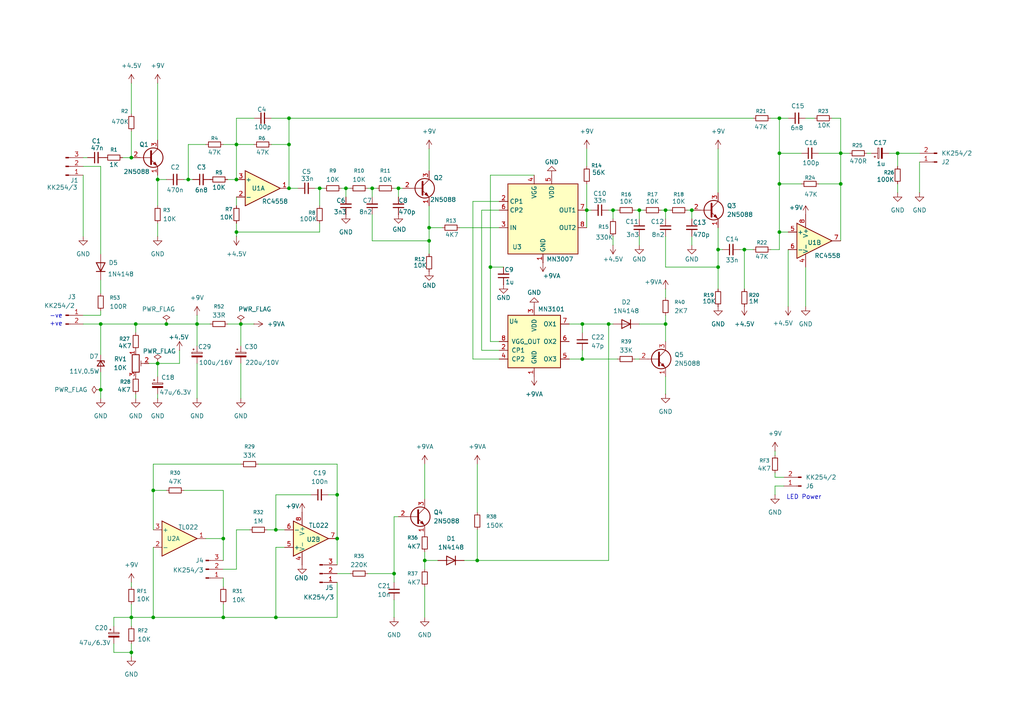
<source format=kicad_sch>
(kicad_sch (version 20250114) (generator "eeschema") (generator_version "9.0")
  (paper "A4")
  (title_block (title "Boss CE-2 Clone with anti-tic mod") (date "2025-06-18") (rev "V0.1") (company "Andrew Martin, 06/2025"))
  (text "+ve" (at 16.256 93.98 0) (effects (font (size 1.27 1.27))))
  (text "LED Power" (at 233.172 144.272 0) (effects (font (size 1.27 1.27))))
  (text "-ve" (at 16.256 91.694 0) (effects (font (size 1.27 1.27))))
  (junction (at 115.57 54.61))
  (junction (at 168.91 104.14))
  (junction (at 226.06 34.29))
  (junction (at 226.06 53.34))
  (junction (at 80.01 153.67))
  (junction (at 45.72 52.07))
  (junction (at 29.21 93.98))
  (junction (at 200.66 60.96))
  (junction (at 80.01 179.07))
  (junction (at 124.46 66.04))
  (junction (at 97.79 156.21))
  (junction (at 83.82 41.91))
  (junction (at 83.82 34.29))
  (junction (at 107.95 54.61))
  (junction (at 226.06 67.31))
  (junction (at 138.43 162.56))
  (junction (at 38.1 45.72))
  (junction (at 124.46 69.85))
  (junction (at 69.85 93.98))
  (junction (at 38.1 189.23))
  (junction (at 142.24 77.47))
  (junction (at 57.15 93.98))
  (junction (at 68.58 41.91))
  (junction (at 185.42 60.96))
  (junction (at 123.19 162.56))
  (junction (at 68.58 52.07))
  (junction (at 54.61 52.07))
  (junction (at 226.06 44.45))
  (junction (at 64.77 156.21))
  (junction (at 64.77 179.07))
  (junction (at 44.45 142.24))
  (junction (at 48.26 93.98))
  (junction (at 193.04 60.96))
  (junction (at 45.72 105.41))
  (junction (at 243.84 53.34))
  (junction (at 176.53 93.98))
  (junction (at 38.1 179.07))
  (junction (at 168.91 93.98))
  (junction (at 83.82 54.61))
  (junction (at 215.9 72.39))
  (junction (at 92.71 54.61))
  (junction (at 208.28 77.47))
  (junction (at 68.58 67.31))
  (junction (at 97.79 143.51))
  (junction (at 243.84 44.45))
  (junction (at 100.33 54.61))
  (junction (at 39.37 93.98))
  (junction (at 193.04 93.98))
  (junction (at 260.35 44.45))
  (junction (at 208.28 72.39))
  (junction (at 44.45 179.07))
  (junction (at 29.21 113.03))
  (junction (at 170.18 60.96))
  (junction (at 177.8 60.96))
  (junction (at 114.3 166.37))
  (wire (pts (xy 138.43 162.56) (xy 138.43 153.67)))
  (wire (pts (xy 107.95 69.85) (xy 124.46 69.85)))
  (wire (pts (xy 176.53 93.98) (xy 176.53 162.56)))
  (wire (pts (xy 243.84 34.29) (xy 243.84 44.45)))
  (wire (pts (xy 68.58 41.91) (xy 73.66 41.91)))
  (wire (pts (xy 144.78 58.42) (xy 137.16 58.42)))
  (wire (pts (xy 185.42 93.98) (xy 193.04 93.98)))
  (wire (pts (xy 123.19 162.56) (xy 127 162.56)))
  (wire (pts (xy 233.68 34.29) (xy 236.22 34.29)))
  (wire (pts (xy 45.72 59.69) (xy 45.72 52.07)))
  (wire (pts (xy 199.39 60.96) (xy 200.66 60.96)))
  (wire (pts (xy 64.77 167.64) (xy 64.77 170.18)))
  (wire (pts (xy 144.78 60.96) (xy 139.7 60.96)))
  (wire (pts (xy 44.45 158.75) (xy 44.45 179.07)))
  (wire (pts (xy 38.1 189.23) (xy 38.1 186.69)))
  (wire (pts (xy 114.3 149.86) (xy 114.3 166.37)))
  (wire (pts (xy 24.13 45.72) (xy 25.4 45.72)))
  (wire (pts (xy 107.95 54.61) (xy 109.22 54.61)))
  (wire (pts (xy 55.88 52.07) (xy 54.61 52.07)))
  (wire (pts (xy 29.21 102.87) (xy 29.21 93.98)))
  (wire (pts (xy 257.81 44.45) (xy 260.35 44.45)))
  (wire (pts (xy 83.82 34.29) (xy 83.82 41.91)))
  (wire (pts (xy 224.79 140.97) (xy 227.33 140.97)))
  (wire (pts (xy 208.28 66.04) (xy 208.28 72.39)))
  (wire (pts (xy 185.42 104.14) (xy 184.15 104.14)))
  (wire (pts (xy 137.16 58.42) (xy 137.16 104.14)))
  (wire (pts (xy 64.77 165.1) (xy 68.58 165.1)))
  (wire (pts (xy 93.98 54.61) (xy 92.71 54.61)))
  (wire (pts (xy 115.57 57.15) (xy 115.57 54.61)))
  (wire (pts (xy 57.15 93.98) (xy 60.96 93.98)))
  (wire (pts (xy 252.73 44.45) (xy 251.46 44.45)))
  (wire (pts (xy 45.72 109.22) (xy 45.72 105.41)))
  (wire (pts (xy 243.84 44.45) (xy 246.38 44.45)))
  (wire (pts (xy 29.21 115.57) (xy 29.21 113.03)))
  (wire (pts (xy 68.58 153.67) (xy 72.39 153.67)))
  (wire (pts (xy 138.43 134.62) (xy 138.43 148.59)))
  (wire (pts (xy 69.85 93.98) (xy 73.66 93.98)))
  (wire (pts (xy 124.46 66.04) (xy 124.46 69.85)))
  (wire (pts (xy 226.06 44.45) (xy 232.41 44.45)))
  (wire (pts (xy 123.19 170.18) (xy 123.19 179.07)))
  (wire (pts (xy 134.62 162.56) (xy 138.43 162.56)))
  (wire (pts (xy 214.63 72.39) (xy 215.9 72.39)))
  (wire (pts (xy 200.66 71.12) (xy 200.66 68.58)))
  (wire (pts (xy 185.42 68.58) (xy 185.42 71.12)))
  (wire (pts (xy 29.21 113.03) (xy 29.21 107.95)))
  (wire (pts (xy 45.72 52.07) (xy 45.72 50.8)))
  (wire (pts (xy 193.04 93.98) (xy 193.04 99.06)))
  (wire (pts (xy 54.61 41.91) (xy 59.69 41.91)))
  (wire (pts (xy 92.71 54.61) (xy 91.44 54.61)))
  (wire (pts (xy 168.91 101.6) (xy 168.91 104.14)))
  (wire (pts (xy 38.1 175.26) (xy 38.1 179.07)))
  (wire (pts (xy 57.15 115.57) (xy 57.15 105.41)))
  (wire (pts (xy 33.02 189.23) (xy 38.1 189.23)))
  (wire (pts (xy 114.3 149.86) (xy 115.57 149.86)))
  (wire (pts (xy 106.68 166.37) (xy 114.3 166.37)))
  (wire (pts (xy 54.61 52.07) (xy 54.61 41.91)))
  (wire (pts (xy 38.1 190.5) (xy 38.1 189.23)))
  (wire (pts (xy 133.35 66.04) (xy 144.78 66.04)))
  (wire (pts (xy 44.45 142.24) (xy 48.26 142.24)))
  (wire (pts (xy 45.72 64.77) (xy 45.72 68.58)))
  (wire (pts (xy 241.3 34.29) (xy 243.84 34.29)))
  (wire (pts (xy 193.04 83.82) (xy 193.04 86.36)))
  (wire (pts (xy 114.3 166.37) (xy 114.3 168.91)))
  (wire (pts (xy 52.07 105.41) (xy 52.07 101.6)))
  (wire (pts (xy 142.24 77.47) (xy 146.05 77.47)))
  (wire (pts (xy 64.77 41.91) (xy 68.58 41.91)))
  (wire (pts (xy 83.82 34.29) (xy 218.44 34.29)))
  (wire (pts (xy 39.37 93.98) (xy 48.26 93.98)))
  (wire (pts (xy 168.91 93.98) (xy 176.53 93.98)))
  (wire (pts (xy 223.52 34.29) (xy 226.06 34.29)))
  (wire (pts (xy 97.79 168.91) (xy 97.79 179.07)))
  (wire (pts (xy 48.26 93.98) (xy 57.15 93.98)))
  (wire (pts (xy 38.1 179.07) (xy 44.45 179.07)))
  (wire (pts (xy 193.04 91.44) (xy 193.04 93.98)))
  (wire (pts (xy 80.01 153.67) (xy 82.55 153.67)))
  (wire (pts (xy 193.04 60.96) (xy 193.04 63.5)))
  (wire (pts (xy 68.58 165.1) (xy 68.58 153.67)))
  (wire (pts (xy 107.95 62.23) (xy 107.95 69.85)))
  (wire (pts (xy 237.49 53.34) (xy 243.84 53.34)))
  (wire (pts (xy 223.52 72.39) (xy 226.06 72.39)))
  (wire (pts (xy 124.46 49.53) (xy 124.46 43.18)))
  (wire (pts (xy 68.58 41.91) (xy 68.58 34.29)))
  (wire (pts (xy 44.45 179.07) (xy 64.77 179.07)))
  (wire (pts (xy 215.9 72.39) (xy 215.9 83.82)))
  (wire (pts (xy 45.72 115.57) (xy 45.72 114.3)))
  (wire (pts (xy 83.82 54.61) (xy 83.82 41.91)))
  (wire (pts (xy 170.18 60.96) (xy 171.45 60.96)))
  (wire (pts (xy 68.58 41.91) (xy 68.58 52.07)))
  (wire (pts (xy 97.79 134.62) (xy 97.79 143.51)))
  (wire (pts (xy 193.04 114.3) (xy 193.04 109.22)))
  (wire (pts (xy 24.13 91.44) (xy 29.21 91.44)))
  (wire (pts (xy 64.77 179.07) (xy 80.01 179.07)))
  (wire (pts (xy 176.53 60.96) (xy 177.8 60.96)))
  (wire (pts (xy 142.24 99.06) (xy 144.78 99.06)))
  (wire (pts (xy 208.28 77.47) (xy 208.28 83.82)))
  (wire (pts (xy 66.04 52.07) (xy 68.58 52.07)))
  (wire (pts (xy 193.04 60.96) (xy 194.31 60.96)))
  (wire (pts (xy 68.58 34.29) (xy 73.66 34.29)))
  (wire (pts (xy 107.95 54.61) (xy 107.95 57.15)))
  (wire (pts (xy 137.16 104.14) (xy 144.78 104.14)))
  (wire (pts (xy 44.45 153.67) (xy 44.45 142.24)))
  (wire (pts (xy 193.04 68.58) (xy 193.04 77.47)))
  (wire (pts (xy 33.02 179.07) (xy 38.1 179.07)))
  (wire (pts (xy 186.69 60.96) (xy 185.42 60.96)))
  (wire (pts (xy 38.1 24.13) (xy 38.1 33.02)))
  (wire (pts (xy 29.21 91.44) (xy 29.21 90.17)))
  (wire (pts (xy 24.13 93.98) (xy 29.21 93.98)))
  (wire (pts (xy 95.25 143.51) (xy 97.79 143.51)))
  (wire (pts (xy 224.79 130.81) (xy 224.79 132.08)))
  (wire (pts (xy 38.1 179.07) (xy 38.1 181.61)))
  (wire (pts (xy 124.46 73.66) (xy 124.46 69.85)))
  (wire (pts (xy 24.13 50.8) (xy 24.13 68.58)))
  (wire (pts (xy 35.56 45.72) (xy 38.1 45.72)))
  (wire (pts (xy 168.91 104.14) (xy 165.1 104.14)))
  (wire (pts (xy 29.21 48.26) (xy 29.21 73.66)))
  (wire (pts (xy 168.91 96.52) (xy 168.91 93.98)))
  (wire (pts (xy 226.06 34.29) (xy 226.06 44.45)))
  (wire (pts (xy 170.18 60.96) (xy 170.18 66.04)))
  (wire (pts (xy 224.79 143.51) (xy 224.79 140.97)))
  (wire (pts (xy 74.93 134.62) (xy 97.79 134.62)))
  (wire (pts (xy 43.18 105.41) (xy 45.72 105.41)))
  (wire (pts (xy 39.37 115.57) (xy 39.37 114.3)))
  (wire (pts (xy 97.79 143.51) (xy 97.79 156.21)))
  (wire (pts (xy 57.15 100.33) (xy 57.15 93.98)))
  (wire (pts (xy 39.37 93.98) (xy 29.21 93.98)))
  (wire (pts (xy 142.24 77.47) (xy 142.24 99.06)))
  (wire (pts (xy 168.91 104.14) (xy 179.07 104.14)))
  (wire (pts (xy 24.13 48.26) (xy 29.21 48.26)))
  (wire (pts (xy 208.28 72.39) (xy 208.28 77.47)))
  (wire (pts (xy 100.33 57.15) (xy 100.33 54.61)))
  (wire (pts (xy 38.1 170.18) (xy 38.1 168.91)))
  (wire (pts (xy 78.74 34.29) (xy 83.82 34.29)))
  (wire (pts (xy 97.79 156.21) (xy 97.79 163.83)))
  (wire (pts (xy 92.71 64.77) (xy 92.71 67.31)))
  (wire (pts (xy 92.71 54.61) (xy 92.71 59.69)))
  (wire (pts (xy 83.82 41.91) (xy 78.74 41.91)))
  (wire (pts (xy 80.01 158.75) (xy 80.01 179.07)))
  (wire (pts (xy 123.19 134.62) (xy 123.19 144.78)))
  (wire (pts (xy 86.36 54.61) (xy 83.82 54.61)))
  (wire (pts (xy 237.49 44.45) (xy 243.84 44.45)))
  (wire (pts (xy 266.7 46.99) (xy 266.7 55.88)))
  (wire (pts (xy 228.6 72.39) (xy 228.6 88.9)))
  (wire (pts (xy 243.84 53.34) (xy 243.84 69.85)))
  (wire (pts (xy 177.8 63.5) (xy 177.8 60.96)))
  (wire (pts (xy 57.15 91.44) (xy 57.15 93.98)))
  (wire (pts (xy 59.69 156.21) (xy 64.77 156.21)))
  (wire (pts (xy 33.02 181.61) (xy 33.02 179.07)))
  (wire (pts (xy 243.84 44.45) (xy 243.84 53.34)))
  (wire (pts (xy 39.37 96.52) (xy 39.37 93.98)))
  (wire (pts (xy 215.9 72.39) (xy 218.44 72.39)))
  (wire (pts (xy 177.8 93.98) (xy 176.53 93.98)))
  (wire (pts (xy 260.35 44.45) (xy 260.35 48.26)))
  (wire (pts (xy 114.3 54.61) (xy 115.57 54.61)))
  (wire (pts (xy 107.95 54.61) (xy 106.68 54.61)))
  (wire (pts (xy 260.35 55.88) (xy 260.35 53.34)))
  (wire (pts (xy 226.06 67.31) (xy 226.06 72.39)))
  (wire (pts (xy 69.85 93.98) (xy 69.85 100.33)))
  (wire (pts (xy 80.01 158.75) (xy 82.55 158.75)))
  (wire (pts (xy 185.42 60.96) (xy 184.15 60.96)))
  (wire (pts (xy 80.01 143.51) (xy 80.01 153.67)))
  (wire (pts (xy 69.85 115.57) (xy 69.85 105.41)))
  (wire (pts (xy 45.72 105.41) (xy 52.07 105.41)))
  (wire (pts (xy 68.58 67.31) (xy 68.58 68.58)))
  (wire (pts (xy 77.47 153.67) (xy 80.01 153.67)))
  (wire (pts (xy 53.34 142.24) (xy 64.77 142.24)))
  (wire (pts (xy 123.19 162.56) (xy 123.19 165.1)))
  (wire (pts (xy 200.66 63.5) (xy 200.66 60.96)))
  (wire (pts (xy 224.79 138.43) (xy 227.33 138.43)))
  (wire (pts (xy 170.18 53.34) (xy 170.18 60.96)))
  (wire (pts (xy 99.06 54.61) (xy 100.33 54.61)))
  (wire (pts (xy 44.45 134.62) (xy 69.85 134.62)))
  (wire (pts (xy 114.3 179.07) (xy 114.3 173.99)))
  (wire (pts (xy 53.34 52.07) (xy 54.61 52.07)))
  (wire (pts (xy 226.06 67.31) (xy 228.6 67.31)))
  (wire (pts (xy 165.1 93.98) (xy 168.91 93.98)))
  (wire (pts (xy 80.01 179.07) (xy 97.79 179.07)))
  (wire (pts (xy 208.28 43.18) (xy 208.28 55.88)))
  (wire (pts (xy 115.57 54.61) (xy 116.84 54.61)))
  (wire (pts (xy 45.72 24.13) (xy 45.72 40.64)))
  (wire (pts (xy 97.79 166.37) (xy 101.6 166.37)))
  (wire (pts (xy 38.1 45.72) (xy 38.1 38.1)))
  (wire (pts (xy 90.17 143.51) (xy 80.01 143.51)))
  (wire (pts (xy 44.45 142.24) (xy 44.45 134.62)))
  (wire (pts (xy 226.06 53.34) (xy 226.06 67.31)))
  (wire (pts (xy 101.6 54.61) (xy 100.33 54.61)))
  (wire (pts (xy 233.68 88.9) (xy 233.68 77.47)))
  (wire (pts (xy 29.21 81.28) (xy 29.21 85.09)))
  (wire (pts (xy 139.7 60.96) (xy 139.7 101.6)))
  (wire (pts (xy 224.79 138.43) (xy 224.79 137.16)))
  (wire (pts (xy 64.77 175.26) (xy 64.77 179.07)))
  (wire (pts (xy 45.72 52.07) (xy 48.26 52.07)))
  (wire (pts (xy 176.53 162.56) (xy 138.43 162.56)))
  (wire (pts (xy 154.94 50.8) (xy 142.24 50.8)))
  (wire (pts (xy 191.77 60.96) (xy 193.04 60.96)))
  (wire (pts (xy 179.07 60.96) (xy 177.8 60.96)))
  (wire (pts (xy 128.27 66.04) (xy 124.46 66.04)))
  (wire (pts (xy 209.55 72.39) (xy 208.28 72.39)))
  (wire (pts (xy 68.58 64.77) (xy 68.58 67.31)))
  (wire (pts (xy 142.24 50.8) (xy 142.24 77.47)))
  (wire (pts (xy 33.02 186.69) (xy 33.02 189.23)))
  (wire (pts (xy 92.71 67.31) (xy 68.58 67.31)))
  (wire (pts (xy 226.06 53.34) (xy 232.41 53.34)))
  (wire (pts (xy 64.77 142.24) (xy 64.77 156.21)))
  (wire (pts (xy 64.77 156.21) (xy 64.77 162.56)))
  (wire (pts (xy 226.06 44.45) (xy 226.06 53.34)))
  (wire (pts (xy 177.8 68.58) (xy 177.8 71.12)))
  (wire (pts (xy 124.46 59.69) (xy 124.46 66.04)))
  (wire (pts (xy 185.42 63.5) (xy 185.42 60.96)))
  (wire (pts (xy 260.35 44.45) (xy 266.7 44.45)))
  (wire (pts (xy 123.19 160.02) (xy 123.19 162.56)))
  (wire (pts (xy 66.04 93.98) (xy 69.85 93.98)))
  (wire (pts (xy 139.7 101.6) (xy 144.78 101.6)))
  (wire (pts (xy 68.58 59.69) (xy 68.58 57.15)))
  (wire (pts (xy 170.18 43.18) (xy 170.18 48.26)))
  (wire (pts (xy 226.06 34.29) (xy 228.6 34.29)))
  (wire (pts (xy 193.04 77.47) (xy 208.28 77.47)))
  (symbol (lib_id "Device:C_Small") (at 234.95 44.45 90) (unit 1)
    (property "Reference" "C16" (at 235.204 41.402 90))
    (property "Value" "100p" (at 235.204 47.244 90))
    (property "Footprint" "Capacitor_THT:C_Disc_D4.3mm_W1.9mm_P5.00mm" (effects (hide yes)))
    (property "Description" "Unpolarized capacitor, small symbol" (effects (hide yes)))
  )
  (symbol (lib_id "Timer:MN3101") (at 154.94 99.06 0) (mirror y) (unit 1)
    (property "Reference" "U4" (at 150.368 93.218 0) (effects (justify left)))
    (property "Value" "MN3101" (at 163.83 89.662 0) (effects (justify left)))
    (property "Footprint" "Package_DIP:DIP-8_W7.62mm" (effects (hide yes)))
    (property "Datasheet" "http://www.experimentalistsanonymous.com/diy/Datasheets/MN3101.pdf" (effects (hide yes)))
    (property "Description" "Clock Generator Driver/Driver for MN3000 Series BBD (bucket brigade device), -8V to -16V, DIP-8" (effects (hide yes)))
  )
  (symbol (lib_id "power:+4V") (at 228.6 88.9 180) (unit 1)
    (property "Reference" "#PWR022" (effects (hide yes)))
    (property "Value" "+4.5V" (at 227.076 93.726 0))
    (property "Description" "Power symbol creates a global label with name \"+4V\"" (effects (hide yes)))
  )
  (symbol (lib_id "Connector:Conn_01x02_Pin") (at 19.05 91.44 0) (unit 1)
    (property "Reference" "J3" (at 20.828 86.106 0))
    (property "Value" "KK254/2" (at 17.272 88.646 0))
    (property "Footprint" "Connector_Molex:Molex_KK-254_AE-6410-02A_1x02_P2.54mm_Vertical" (effects (hide yes)))
    (property "Description" "Generic connector, single row, 01x02, script generated" (effects (hide yes)))
  )
  (symbol (lib_id "power:+4V") (at 38.1 24.13 0) (unit 1)
    (property "Reference" "#PWR01" (effects (hide yes)))
    (property "Value" "+4.5V" (at 38.1 19.05 0))
    (property "Description" "Power symbol creates a global label with name \"+4V\"" (effects (hide yes)))
  )
  (symbol (lib_id "power:GND") (at 114.3 179.07 0) (unit 1)
    (property "Reference" "#PWR033" (effects (hide yes)))
    (property "Value" "GND" (at 114.3 184.15 0))
    (property "Description" "Power symbol creates a global label with name \"GND\" , ground" (effects (hide yes)))
  )
  (symbol (lib_id "power:+9V") (at 87.63 148.59 0) (unit 1)
    (property "Reference" "#PWR042" (effects (hide yes)))
    (property "Value" "+9V" (at 84.836 146.812 0))
    (property "Description" "Power symbol creates a global label with name \"+9V\"" (effects (hide yes)))
  )
  (symbol (lib_id "Device:R_Small") (at 104.14 166.37 90) (unit 1)
    (property "Reference" "R35" (at 104.14 161.29 90) (effects (font (size 1.016 1.016))))
    (property "Value" "220K" (at 104.14 163.83 90))
    (property "Footprint" "Resistor_THT:R_Axial_DIN0207_L6.3mm_D2.5mm_P10.16mm_Horizontal" (effects (hide yes)))
    (property "Description" "Resistor, small symbol" (effects (hide yes)))
  )
  (symbol (lib_id "Device:R_Small") (at 189.23 60.96 90) (unit 1)
    (property "Reference" "R17" (at 189.23 56.388 90) (effects (font (size 1.016 1.016))))
    (property "Value" "10K" (at 189.23 58.42 90))
    (property "Footprint" "Resistor_THT:R_Axial_DIN0207_L6.3mm_D2.5mm_P10.16mm_Horizontal" (effects (hide yes)))
    (property "Description" "Resistor, small symbol" (effects (hide yes)))
  )
  (symbol (lib_id "Device:R_Small") (at 220.98 72.39 90) (unit 1)
    (property "Reference" "R22" (at 220.98 70.358 90) (effects (font (size 1.016 1.016))))
    (property "Value" "47K" (at 220.98 74.422 90))
    (property "Footprint" "Resistor_THT:R_Axial_DIN0207_L6.3mm_D2.5mm_P10.16mm_Horizontal" (effects (hide yes)))
    (property "Description" "Resistor, small symbol" (effects (hide yes)))
  )
  (symbol (lib_id "Diode:1N4148") (at 181.61 93.98 180) (unit 1)
    (property "Reference" "D2" (at 181.61 87.63 0))
    (property "Value" "1N4148" (at 181.61 90.17 0))
    (property "Footprint" "Diode_THT:D_DO-35_SOD27_P7.62mm_Horizontal" (effects (hide yes)))
    (property "Datasheet" "https://assets.nexperia.com/documents/data-sheet/1N4148_1N4448.pdf" (effects (hide yes)))
    (property "Description" "100V 0.15A standard switching diode, DO-35" (effects (hide yes)))
    (property "Sim.Device" "D" (effects (hide yes)))
    (property "Sim.Pins" "1=K 2=A" (effects (hide yes)))
  )
  (symbol (lib_id "power:+9VA") (at 73.66 93.98 270) (unit 1)
    (property "Reference" "#PWR032" (effects (hide yes)))
    (property "Value" "+9VA" (at 77.47 93.9799 90) (effects (justify left)))
    (property "Description" "Power symbol creates a global label with name \"+9VA\"" (effects (hide yes)))
  )
  (symbol (lib_id "Device:R_Small") (at 208.28 86.36 0) (unit 1)
    (property "Reference" "R19" (at 203.962 85.598 0) (effects (font (size 1.016 1.016)) (justify left)))
    (property "Value" "10K" (at 203.708 87.376 0) (effects (justify left)))
    (property "Footprint" "Resistor_THT:R_Axial_DIN0207_L6.3mm_D2.5mm_P10.16mm_Horizontal" (effects (hide yes)))
    (property "Description" "Resistor, small symbol" (effects (hide yes)))
  )
  (symbol (lib_id "power:GND") (at 29.21 115.57 0) (unit 1)
    (property "Reference" "#PWR028" (effects (hide yes)))
    (property "Value" "GND" (at 29.21 120.65 0))
    (property "Description" "Power symbol creates a global label with name \"GND\" , ground" (effects (hide yes)))
  )
  (symbol (lib_id "Device:C_Small") (at 173.99 60.96 270) (unit 1)
    (property "Reference" "C10" (at 173.99 56.134 90))
    (property "Value" "33n" (at 173.99 58.166 90))
    (property "Footprint" "Capacitor_THT:C_Rect_L7.0mm_W2.5mm_P5.00mm" (effects (hide yes)))
    (property "Description" "Unpolarized capacitor, small symbol" (effects (hide yes)))
  )
  (symbol (lib_id "Device:R_Small") (at 38.1 184.15 0) (unit 1)
    (property "Reference" "RF2" (at 39.878 182.88 0) (effects (font (size 1.016 1.016)) (justify left)))
    (property "Value" "10K" (at 39.878 185.42 0) (effects (justify left)))
    (property "Footprint" "Resistor_THT:R_Axial_DIN0207_L6.3mm_D2.5mm_P10.16mm_Horizontal" (effects (hide yes)))
    (property "Description" "Resistor, small symbol" (effects (hide yes)))
  )
  (symbol (lib_id "Device:C_Small") (at 231.14 34.29 90) (unit 1)
    (property "Reference" "C15" (at 231.394 30.734 90))
    (property "Value" "6n8" (at 231.14 37.084 90))
    (property "Footprint" "Capacitor_THT:C_Rect_L7.0mm_W2.5mm_P5.00mm" (effects (hide yes)))
    (property "Description" "Unpolarized capacitor, small symbol" (effects (hide yes)))
  )
  (symbol (lib_id "Device:R_Small") (at 92.71 62.23 0) (unit 1)
    (property "Reference" "R8" (at 89.408 61.722 0) (effects (font (size 1.016 1.016)) (justify left)))
    (property "Value" "100K" (at 86.868 63.5 0) (effects (justify left)))
    (property "Footprint" "Resistor_THT:R_Axial_DIN0207_L6.3mm_D2.5mm_P10.16mm_Horizontal" (effects (hide yes)))
    (property "Description" "Resistor, small symbol" (effects (hide yes)))
  )
  (symbol (lib_id "ACRM:TL022") (at 90.17 156.21 0) (unit 3)
    (property "Reference" "U2" (effects (hide yes)))
    (property "Value" "TL022" (effects (hide yes)))
    (property "Footprint" "Package_DIP:DIP-8_W7.62mm" (effects (hide yes)))
    (property "Datasheet" "http://www.ti.com/lit/ds/symlink/tl061.pdf" (effects (hide yes)))
    (property "Description" "Dual Low-Power JFET-Input Operational Amplifiers, DIP-8/SOIC-8/SSOP-8" (effects (hide yes)))
  )
  (symbol (lib_id "Device:C_Small") (at 200.66 66.04 0) (unit 1)
    (property "Reference" "C13" (at 200.914 64.516 0) (effects (justify left)))
    (property "Value" "470p" (at 200.914 68.072 0) (effects (justify left)))
    (property "Footprint" "Capacitor_THT:C_Disc_D4.3mm_W1.9mm_P5.00mm" (effects (hide yes)))
    (property "Description" "Unpolarized capacitor, small symbol" (effects (hide yes)))
  )
  (symbol (lib_id "Device:R_Small") (at 38.1 172.72 0) (unit 1)
    (property "Reference" "RF1" (at 39.624 171.45 0) (effects (font (size 1.016 1.016)) (justify left)))
    (property "Value" "10K" (at 39.624 173.736 0) (effects (justify left)))
    (property "Footprint" "Resistor_THT:R_Axial_DIN0207_L6.3mm_D2.5mm_P10.16mm_Horizontal" (effects (hide yes)))
    (property "Description" "Resistor, small symbol" (effects (hide yes)))
  )
  (symbol (lib_id "power:+4V") (at 177.8 71.12 180) (unit 1)
    (property "Reference" "#PWR016" (effects (hide yes)))
    (property "Value" "+4.5V" (at 177.8 75.184 0))
    (property "Description" "Power symbol creates a global label with name \"+4V\"" (effects (hide yes)))
  )
  (symbol (lib_id "Device:R_Small") (at 72.39 134.62 90) (unit 1)
    (property "Reference" "R29" (at 72.39 129.54 90) (effects (font (size 1.016 1.016))))
    (property "Value" "33K" (at 72.39 132.08 90))
    (property "Footprint" "Resistor_THT:R_Axial_DIN0207_L6.3mm_D2.5mm_P10.16mm_Horizontal" (effects (hide yes)))
    (property "Description" "Resistor, small symbol" (effects (hide yes)))
  )
  (symbol (lib_id "ACRM:2N5088") (at 121.92 54.61 0) (unit 1)
    (property "Reference" "Q2" (at 125.73 51.562 0) (effects (justify left)))
    (property "Value" "2N5088" (at 124.714 57.912 0) (effects (justify left)))
    (property "Footprint" "Package_TO_SOT_THT:TO-92L_HandSolder" (effects (hide yes)))
    (property "Datasheet" "https://media.digikey.com/pdf/Data%20Sheets/Toshiba%20PDFs/2SC1815.pdf" (effects (hide yes)))
    (property "Description" "0.15A Ic, 50V Vce, Low Noise Audio NPN Transistor, TO-92" (effects (hide yes)))
  )
  (symbol (lib_id "Device:R_Small") (at 124.46 76.2 180) (unit 1)
    (property "Reference" "R12" (at 120.142 75.184 0) (effects (font (size 1.016 1.016)) (justify right)))
    (property "Value" "10K" (at 119.888 76.962 0) (effects (justify right)))
    (property "Footprint" "Resistor_THT:R_Axial_DIN0207_L6.3mm_D2.5mm_P2.54mm_Vertical" (effects (hide yes)))
  )
  (symbol (lib_id "Amplifier_Operational:RC4558") (at 236.22 69.85 0) (unit 3)
    (property "Reference" "U1" (effects (hide yes)))
    (property "Value" "RC4558" (effects (hide yes)))
    (property "Footprint" "Package_DIP:DIP-8_W7.62mm" (effects (hide yes)))
    (property "Datasheet" "http://www.ti.com/lit/ds/symlink/rc4558.pdf" (effects (hide yes)))
    (property "Description" "Dual General Purpose, Operational Amplifier, DIP-8/SOIC-8/SSOP-8" (effects (hide yes)))
  )
  (symbol (lib_id "Device:R_Small") (at 234.95 53.34 90) (unit 1)
    (property "Reference" "R24" (at 234.95 51.562 90) (effects (font (size 1.016 1.016))))
    (property "Value" "47K" (at 235.204 56.388 90))
    (property "Footprint" "Resistor_THT:R_Axial_DIN0207_L6.3mm_D2.5mm_P10.16mm_Horizontal" (effects (hide yes)))
    (property "Description" "Resistor, small symbol" (effects (hide yes)))
  )
  (symbol (lib_id "power:+9V") (at 224.79 130.81 0) (unit 1)
    (property "Reference" "#PWR046" (effects (hide yes)))
    (property "Value" "+9V" (at 224.79 125.73 0))
    (property "Description" "Power symbol creates a global label with name \"+9V\"" (effects (hide yes)))
  )
  (symbol (lib_id "power:GND") (at 233.68 88.9 0) (unit 1)
    (property "Reference" "#PWR044" (effects (hide yes)))
    (property "Value" "GND" (at 233.68 93.98 0))
    (property "Description" "Power symbol creates a global label with name \"GND\" , ground" (effects (hide yes)))
  )
  (symbol (lib_id "Connector:Conn_01x02_Pin") (at 271.78 46.99 180) (unit 1)
    (property "Reference" "J2" (at 273.05 46.9901 0) (effects (justify right)))
    (property "Value" "KK254/2" (at 273.05 44.4501 0) (effects (justify right)))
    (property "Footprint" "Connector_Molex:Molex_KK-254_AE-6410-02A_1x02_P2.54mm_Vertical" (effects (hide yes)))
    (property "Description" "Generic connector, single row, 01x02, script generated" (effects (hide yes)))
  )
  (symbol (lib_id "Device:R_Small") (at 193.04 88.9 0) (unit 1)
    (property "Reference" "R40" (at 195.58 87.6299 0) (effects (font (size 1.016 1.016)) (justify left)))
    (property "Value" "2K7" (at 195.58 90.1699 0) (effects (justify left)))
    (property "Footprint" "Resistor_THT:R_Axial_DIN0207_L6.3mm_D2.5mm_P10.16mm_Horizontal" (effects (hide yes)))
    (property "Description" "Resistor, small symbol" (effects (hide yes)))
  )
  (symbol (lib_id "Connector:Conn_01x02_Pin") (at 232.41 140.97 180) (unit 1)
    (property "Reference" "J6" (at 233.68 140.9701 0) (effects (justify right)))
    (property "Value" "KK254/2" (at 233.68 138.4301 0) (effects (justify right)))
    (property "Footprint" "Connector_Molex:Molex_KK-254_AE-6410-02A_1x02_P2.54mm_Vertical" (effects (hide yes)))
    (property "Description" "Generic connector, single row, 01x02, script generated" (effects (hide yes)))
  )
  (symbol (lib_id "power:GND") (at 123.19 179.07 0) (unit 1)
    (property "Reference" "#PWR035" (effects (hide yes)))
    (property "Value" "GND" (at 123.19 184.15 0))
    (property "Description" "Power symbol creates a global label with name \"GND\" , ground" (effects (hide yes)))
  )
  (symbol (lib_id "Device:C_Polarized_Small") (at 255.27 44.45 90) (unit 1)
    (property "Reference" "C17" (at 255.27 41.402 90))
    (property "Value" "1u" (at 255.524 47.498 90))
    (property "Footprint" "Capacitor_THT:C_Rect_L7.0mm_W2.5mm_P5.00mm" (effects (hide yes)))
    (property "Description" "Polarized capacitor, small symbol" (effects (hide yes)))
  )
  (symbol (lib_id "Device:R_Small") (at 29.21 87.63 0) (unit 1)
    (property "Reference" "R53" (at 31.75 86.3599 0) (effects (font (size 1.016 1.016)) (justify left)))
    (property "Value" "100R" (at 31.75 88.8999 0) (effects (justify left)))
    (property "Footprint" "Resistor_THT:R_Axial_DIN0207_L6.3mm_D2.5mm_P10.16mm_Horizontal" (effects (hide yes)))
    (property "Description" "Resistor, small symbol" (effects (hide yes)))
  )
  (symbol (lib_id "ACRM:2N5088") (at 190.5 104.14 0) (unit 1)
    (property "Reference" "Q5" (at 195.58 102.8699 0) (effects (justify left)))
    (property "Value" "2N5088" (at 195.58 105.4099 0) (effects (justify left)))
    (property "Footprint" "Package_TO_SOT_THT:TO-92L_HandSolder" (effects (hide yes)))
    (property "Datasheet" "https://media.digikey.com/pdf/Data%20Sheets/Toshiba%20PDFs/2SC1815.pdf" (effects (hide yes)))
    (property "Description" "0.15A Ic, 50V Vce, Low Noise Audio NPN Transistor, TO-92" (effects (hide yes)))
  )
  (symbol (lib_id "power:+9V") (at 57.15 91.44 0) (unit 1)
    (property "Reference" "#PWR030" (effects (hide yes)))
    (property "Value" "+9V" (at 57.15 86.36 0))
    (property "Description" "Power symbol creates a global label with name \"+9V\"" (effects (hide yes)))
  )
  (symbol (lib_id "power:GND") (at 185.42 71.12 0) (unit 1)
    (property "Reference" "#PWR017" (effects (hide yes)))
    (property "Value" "GND" (at 185.42 75.184 0))
    (property "Description" "Power symbol creates a global label with name \"GND\" , ground" (effects (hide yes)))
  )
  (symbol (lib_id "power:GND") (at 260.35 55.88 0) (unit 1)
    (property "Reference" "#PWR023" (effects (hide yes)))
    (property "Value" "GND" (at 260.35 60.96 0))
    (property "Description" "Power symbol creates a global label with name \"GND\" , ground" (effects (hide yes)))
  )
  (symbol (lib_id "power:+9V") (at 45.72 24.13 0) (unit 1)
    (property "Reference" "#PWR03" (effects (hide yes)))
    (property "Value" "+9V" (at 45.72 19.05 0))
    (property "Description" "Power symbol creates a global label with name \"+9V\"" (effects (hide yes)))
  )
  (symbol (lib_id "power:GND") (at 160.02 50.8 180) (unit 1)
    (property "Reference" "#PWR011" (effects (hide yes)))
    (property "Value" "GND" (at 160.02 46.99 0))
    (property "Description" "Power symbol creates a global label with name \"GND\" , ground" (effects (hide yes)))
  )
  (symbol (lib_id "ACRM:2N5088") (at 205.74 60.96 0) (unit 1)
    (property "Reference" "Q3" (at 210.82 59.6899 0) (effects (justify left)))
    (property "Value" "2N5088" (at 210.82 62.2299 0) (effects (justify left)))
    (property "Footprint" "Package_TO_SOT_THT:TO-92L_HandSolder" (effects (hide yes)))
    (property "Datasheet" "https://media.digikey.com/pdf/Data%20Sheets/Toshiba%20PDFs/2SC1815.pdf" (effects (hide yes)))
    (property "Description" "0.15A Ic, 50V Vce, Low Noise Audio NPN Transistor, TO-92" (effects (hide yes)))
  )
  (symbol (lib_id "Device:R_Small") (at 96.52 54.61 90) (unit 1)
    (property "Reference" "R9" (at 96.52 49.53 90) (effects (font (size 1.016 1.016))))
    (property "Value" "10K" (at 96.52 52.07 90))
    (property "Footprint" "Resistor_THT:R_Axial_DIN0207_L6.3mm_D2.5mm_P10.16mm_Horizontal" (effects (hide yes)))
    (property "Description" "Resistor, small symbol" (effects (hide yes)))
  )
  (symbol (lib_id "power:+9V") (at 124.46 43.18 0) (unit 1)
    (property "Reference" "#PWR08" (effects (hide yes)))
    (property "Value" "+9V" (at 124.46 38.1 0))
    (property "Description" "Power symbol creates a global label with name \"+9V\"" (effects (hide yes)))
  )
  (symbol (lib_id "Device:C_Small") (at 115.57 59.69 180) (unit 1)
    (property "Reference" "C8" (at 115.57 58.166 0) (effects (justify right)))
    (property "Value" "470p" (at 115.57 61.468 0) (effects (justify right)))
    (property "Footprint" "Capacitor_THT:C_Disc_D4.3mm_W1.9mm_P5.00mm" (effects (hide yes)))
    (property "Description" "Unpolarized capacitor, small symbol" (effects (hide yes)))
  )
  (symbol (lib_id "Device:R_Small") (at 45.72 62.23 180) (unit 1)
    (property "Reference" "R3" (at 47.244 60.96 0) (effects (font (size 1.016 1.016)) (justify right)))
    (property "Value" "10K" (at 47.244 63.5 0) (effects (justify right)))
    (property "Footprint" "Resistor_THT:R_Axial_DIN0207_L6.3mm_D2.5mm_P10.16mm_Horizontal" (effects (hide yes)))
    (property "Description" "Resistor, small symbol" (effects (hide yes)))
  )
  (symbol (lib_id "Device:R_Small") (at 74.93 153.67 90) (unit 1)
    (property "Reference" "R32" (at 74.93 148.59 90) (effects (font (size 1.016 1.016))))
    (property "Value" "1M" (at 74.93 151.13 90))
    (property "Footprint" "Resistor_THT:R_Axial_DIN0207_L6.3mm_D2.5mm_P10.16mm_Horizontal" (effects (hide yes)))
    (property "Description" "Resistor, small symbol" (effects (hide yes)))
  )
  (symbol (lib_id "ACRM:2N5088") (at 43.18 45.72 0) (unit 1)
    (property "Reference" "Q1" (at 40.386 41.91 0) (effects (justify left)))
    (property "Value" "2N5088" (at 35.814 49.784 0) (effects (justify left)))
    (property "Footprint" "Package_TO_SOT_THT:TO-92L_HandSolder" (effects (hide yes)))
    (property "Datasheet" "https://media.digikey.com/pdf/Data%20Sheets/Toshiba%20PDFs/2SC1815.pdf" (effects (hide yes)))
    (property "Description" "0.15A Ic, 50V Vce, Low Noise Audio NPN Transistor, TO-92" (effects (hide yes)))
  )
  (symbol (lib_id "Amplifier_Operational:RC4558") (at 76.2 54.61 0) (unit 1)
    (property "Reference" "U1" (at 74.93 54.61 0))
    (property "Value" "RC4558" (at 79.756 58.42 0))
    (property "Footprint" "Package_DIP:DIP-8_W7.62mm" (effects (hide yes)))
    (property "Datasheet" "http://www.ti.com/lit/ds/symlink/rc4558.pdf" (effects (hide yes)))
    (property "Description" "Dual General Purpose, Operational Amplifier, DIP-8/SOIC-8/SSOP-8" (effects (hide yes)))
  )
  (symbol (lib_id "Device:C_Small") (at 58.42 52.07 90) (unit 1)
    (property "Reference" "C3" (at 58.42 48.514 90))
    (property "Value" "6n8" (at 58.42 55.118 90))
    (property "Footprint" "Capacitor_THT:C_Rect_L7.0mm_W2.5mm_P5.00mm" (effects (hide yes)))
    (property "Description" "Unpolarized capacitor, small symbol" (effects (hide yes)))
  )
  (symbol (lib_id "power:GND") (at 24.13 68.58 0) (unit 1)
    (property "Reference" "#PWR04" (effects (hide yes)))
    (property "Value" "GND" (at 24.13 73.66 0))
    (property "Description" "Power symbol creates a global label with name \"GND\" , ground" (effects (hide yes)))
  )
  (symbol (lib_id "Amplifier_Operational:RC4558") (at 236.22 69.85 0) (unit 2)
    (property "Reference" "U1" (at 236.22 70.358 0))
    (property "Value" "RC4558" (at 240.03 74.168 0))
    (property "Footprint" "Package_DIP:DIP-8_W7.62mm" (effects (hide yes)))
    (property "Datasheet" "http://www.ti.com/lit/ds/symlink/rc4558.pdf" (effects (hide yes)))
    (property "Description" "Dual General Purpose, Operational Amplifier, DIP-8/SOIC-8/SSOP-8" (effects (hide yes)))
  )
  (symbol (lib_id "Device:R_Small") (at 224.79 134.62 0) (unit 1)
    (property "Reference" "RF3" (at 220.218 133.604 0) (effects (font (size 1.016 1.016)) (justify left)))
    (property "Value" "4K7" (at 219.71 135.89 0) (effects (justify left)))
    (property "Footprint" "Resistor_THT:R_Axial_DIN0207_L6.3mm_D2.5mm_P10.16mm_Horizontal" (effects (hide yes)))
    (property "Description" "Resistor, small symbol" (effects (hide yes)))
  )
  (symbol (lib_id "Device:C_Polarized_Small") (at 45.72 111.76 0) (unit 1)
    (property "Reference" "C18" (at 46.736 109.474 0) (effects (justify left)))
    (property "Value" "47u/6.3V" (at 46.228 113.792 0) (effects (justify left)))
    (property "Footprint" "Capacitor_THT:CP_Radial_D5.0mm_P2.50mm" (effects (hide yes)))
    (property "Description" "Polarized capacitor, small symbol" (effects (hide yes)))
  )
  (symbol (lib_id "power:+9V") (at 38.1 168.91 0) (unit 1)
    (property "Reference" "#PWR040" (effects (hide yes)))
    (property "Value" "+9V" (at 38.1 163.83 0))
    (property "Description" "Power symbol creates a global label with name \"+9V\"" (effects (hide yes)))
  )
  (symbol (lib_id "Device:R_Small") (at 63.5 93.98 90) (unit 1)
    (property "Reference" "R52" (at 63.5 88.9 90) (effects (font (size 1.016 1.016))))
    (property "Value" "33R" (at 63.5 91.44 90))
    (property "Footprint" "Resistor_THT:R_Axial_DIN0207_L6.3mm_D2.5mm_P10.16mm_Horizontal" (effects (hide yes)))
    (property "Description" "Resistor, small symbol" (effects (hide yes)))
  )
  (symbol (lib_id "power:GND") (at 193.04 114.3 0) (unit 1)
    (property "Reference" "#PWR038" (effects (hide yes)))
    (property "Value" "GND" (at 193.04 119.38 0))
    (property "Description" "Power symbol creates a global label with name \"GND\" , ground" (effects (hide yes)))
  )
  (symbol (lib_id "Device:R_Small") (at 123.19 167.64 0) (unit 1)
    (property "Reference" "R37" (at 118.11 166.37 0) (effects (font (size 1.016 1.016)) (justify left)))
    (property "Value" "4K7" (at 118.11 168.91 0) (effects (justify left)))
    (property "Footprint" "Resistor_THT:R_Axial_DIN0207_L6.3mm_D2.5mm_P10.16mm_Horizontal" (effects (hide yes)))
    (property "Description" "Resistor, small symbol" (effects (hide yes)))
  )
  (symbol (lib_id "Device:R_Small") (at 62.23 41.91 270) (unit 1)
    (property "Reference" "R4" (at 62.23 40.132 90) (effects (font (size 1.016 1.016))))
    (property "Value" "47K" (at 62.23 44.196 90))
    (property "Footprint" "Resistor_THT:R_Axial_DIN0207_L6.3mm_D2.5mm_P10.16mm_Horizontal" (effects (hide yes)))
    (property "Description" "Resistor, small symbol" (effects (hide yes)))
  )
  (symbol (lib_id "Device:R_Small") (at 181.61 104.14 90) (unit 1)
    (property "Reference" "R39" (at 181.61 99.06 90) (effects (font (size 1.016 1.016))))
    (property "Value" "33K" (at 181.61 101.6 90))
    (property "Footprint" "Resistor_THT:R_Axial_DIN0207_L6.3mm_D2.5mm_P10.16mm_Horizontal" (effects (hide yes)))
    (property "Description" "Resistor, small symbol" (effects (hide yes)))
  )
  (symbol (lib_id "power:+4V") (at 215.9 88.9 180) (unit 1)
    (property "Reference" "#PWR021" (effects (hide yes)))
    (property "Value" "+4.5V" (at 215.9 93.98 0))
    (property "Description" "Power symbol creates a global label with name \"+4V\"" (effects (hide yes)))
  )
  (symbol (lib_id "power:PWR_FLAG") (at 45.72 105.41 0) (unit 1)
    (property "Reference" "#FLG03" (effects (hide yes)))
    (property "Value" "PWR_FLAG" (at 46.228 101.854 0))
    (property "Description" "Special symbol for telling ERC where power comes from" (effects (hide yes)))
  )
  (symbol (lib_id "power:+9VA") (at 193.04 83.82 0) (unit 1)
    (property "Reference" "#PWR037" (effects (hide yes)))
    (property "Value" "+9VA" (at 189.484 81.788 0))
    (property "Description" "Power symbol creates a global label with name \"+9VA\"" (effects (hide yes)))
  )
  (symbol (lib_id "Diode:1N4148") (at 130.81 162.56 180) (unit 1)
    (property "Reference" "D1" (at 130.81 156.21 0))
    (property "Value" "1N4148" (at 130.81 158.75 0))
    (property "Footprint" "Diode_THT:D_DO-35_SOD27_P7.62mm_Horizontal" (effects (hide yes)))
    (property "Datasheet" "https://assets.nexperia.com/documents/data-sheet/1N4148_1N4448.pdf" (effects (hide yes)))
    (property "Description" "100V 0.15A standard switching diode, DO-35" (effects (hide yes)))
    (property "Sim.Device" "D" (effects (hide yes)))
    (property "Sim.Pins" "1=K 2=A" (effects (hide yes)))
  )
  (symbol (lib_id "power:GND") (at 39.37 115.57 0) (unit 1)
    (property "Reference" "#PWR027" (effects (hide yes)))
    (property "Value" "GND" (at 39.37 120.65 0))
    (property "Description" "Power symbol creates a global label with name \"GND\" , ground" (effects (hide yes)))
  )
  (symbol (lib_id "Connector:Conn_01x03_Pin") (at 92.71 166.37 0) (mirror x) (unit 1)
    (property "Reference" "J5" (at 95.504 170.434 0))
    (property "Value" "KK254/3" (at 92.456 173.228 0))
    (property "Footprint" "Connector_Molex:Molex_KK-254_AE-6410-03A_1x03_P2.54mm_Vertical" (effects (hide yes)))
    (property "Description" "Generic connector, single row, 01x03, script generated" (effects (hide yes)))
  )
  (symbol (lib_id "Device:R_Small") (at 260.35 50.8 0) (unit 1)
    (property "Reference" "R26" (at 256.286 50.038 0) (effects (font (size 1.016 1.016)) (justify left)))
    (property "Value" "100K" (at 254.254 52.07 0) (effects (justify left)))
    (property "Footprint" "Resistor_THT:R_Axial_DIN0207_L6.3mm_D2.5mm_P10.16mm_Horizontal" (effects (hide yes)))
    (property "Description" "Resistor, small symbol" (effects (hide yes)))
  )
  (symbol (lib_id "power:GND") (at 266.7 55.88 0) (unit 1)
    (property "Reference" "#PWR024" (effects (hide yes)))
    (property "Value" "GND" (at 266.7 60.96 0))
    (property "Description" "Power symbol creates a global label with name \"GND\" , ground" (effects (hide yes)))
  )
  (symbol (lib_id "Device:R_Small") (at 238.76 34.29 90) (unit 1)
    (property "Reference" "R23" (at 238.76 32.258 90) (effects (font (size 1.016 1.016))))
    (property "Value" "10K" (at 239.014 36.322 90))
    (property "Footprint" "Resistor_THT:R_Axial_DIN0207_L6.3mm_D2.5mm_P10.16mm_Horizontal" (effects (hide yes)))
    (property "Description" "Resistor, small symbol" (effects (hide yes)))
  )
  (symbol (lib_id "Device:R_Small") (at 39.37 111.76 0) (unit 1)
    (property "Reference" "R28" (at 34.798 110.744 0) (effects (font (size 1.016 1.016)) (justify left)))
    (property "Value" "4K7" (at 34.036 113.03 0) (effects (justify left)))
    (property "Footprint" "Resistor_THT:R_Axial_DIN0207_L6.3mm_D2.5mm_P10.16mm_Horizontal" (effects (hide yes)))
    (property "Description" "Resistor, small symbol" (effects (hide yes)))
  )
  (symbol (lib_id "Device:C_Small") (at 168.91 99.06 0) (unit 1)
    (property "Reference" "C22" (at 171.45 97.7962 0) (effects (justify left)))
    (property "Value" "47p" (at 171.45 100.3362 0) (effects (justify left)))
    (property "Footprint" "Capacitor_THT:C_Disc_D4.3mm_W1.9mm_P5.00mm" (effects (hide yes)))
    (property "Description" "Unpolarized capacitor, small symbol" (effects (hide yes)))
  )
  (symbol (lib_id "power:GND") (at 38.1 190.5 0) (unit 1)
    (property "Reference" "#PWR039" (effects (hide yes)))
    (property "Value" "GND" (at 38.1 195.58 0))
    (property "Description" "Power symbol creates a global label with name \"GND\" , ground" (effects (hide yes)))
  )
  (symbol (lib_id "Device:R_Small") (at 111.76 54.61 90) (unit 1)
    (property "Reference" "R11" (at 111.76 49.53 90) (effects (font (size 1.016 1.016))))
    (property "Value" "10K" (at 111.76 52.07 90))
    (property "Footprint" "Resistor_THT:R_Axial_DIN0207_L6.3mm_D2.5mm_P10.16mm_Horizontal" (effects (hide yes)))
    (property "Description" "Resistor, small symbol" (effects (hide yes)))
  )
  (symbol (lib_id "power:+9VA") (at 157.48 76.2 180) (unit 1)
    (property "Reference" "#PWR010" (effects (hide yes)))
    (property "Value" "+9VA" (at 160.02 80.01 0))
    (property "Description" "Power symbol creates a global label with name \"+9VA\"" (effects (hide yes)))
  )
  (symbol (lib_id "power:GND") (at 69.85 115.57 0) (unit 1)
    (property "Reference" "#PWR031" (effects (hide yes)))
    (property "Value" "GND" (at 69.85 120.65 0))
    (property "Description" "Power symbol creates a global label with name \"GND\" , ground" (effects (hide yes)))
  )
  (symbol (lib_id "power:+9V") (at 233.68 62.23 0) (unit 1)
    (property "Reference" "#PWR041" (effects (hide yes)))
    (property "Value" "+9V" (at 230.886 60.198 0))
    (property "Description" "Power symbol creates a global label with name \"+9V\"" (effects (hide yes)))
  )
  (symbol (lib_id "Device:R_Small") (at 50.8 142.24 90) (unit 1)
    (property "Reference" "R30" (at 50.8 137.16 90) (effects (font (size 1.016 1.016))))
    (property "Value" "47K" (at 50.8 139.7 90))
    (property "Footprint" "Resistor_THT:R_Axial_DIN0207_L6.3mm_D2.5mm_P10.16mm_Horizontal" (effects (hide yes)))
    (property "Description" "Resistor, small symbol" (effects (hide yes)))
  )
  (symbol (lib_id "power:GND") (at 87.63 163.83 0) (unit 1)
    (property "Reference" "#PWR043" (effects (hide yes)))
    (property "Value" "GND" (at 87.376 167.64 0))
    (property "Description" "Power symbol creates a global label with name \"GND\" , ground" (effects (hide yes)))
  )
  (symbol (lib_id "Device:R_Small") (at 220.98 34.29 90) (unit 1)
    (property "Reference" "R21" (at 220.726 32.258 90) (effects (font (size 1.016 1.016))))
    (property "Value" "47K" (at 220.726 36.83 90))
    (property "Footprint" "Resistor_THT:R_Axial_DIN0207_L6.3mm_D2.5mm_P10.16mm_Horizontal" (effects (hide yes)))
    (property "Description" "Resistor, small symbol" (effects (hide yes)))
  )
  (symbol (lib_id "Device:R_Small") (at 181.61 60.96 90) (unit 1)
    (property "Reference" "R16" (at 181.61 56.388 90) (effects (font (size 1.016 1.016))))
    (property "Value" "10K" (at 181.61 58.42 90))
    (property "Footprint" "Resistor_THT:R_Axial_DIN0207_L6.3mm_D2.5mm_P10.16mm_Horizontal" (effects (hide yes)))
    (property "Description" "Resistor, small symbol" (effects (hide yes)))
  )
  (symbol (lib_id "power:GND") (at 115.57 62.23 0) (unit 1)
    (property "Reference" "#PWR07" (effects (hide yes)))
    (property "Value" "GND" (at 115.824 66.548 0))
    (property "Description" "Power symbol creates a global label with name \"GND\" , ground" (effects (hide yes)))
  )
  (symbol (lib_id "Device:R_Potentiometer_Trim") (at 39.37 105.41 0) (unit 1)
    (property "Reference" "RV1" (at 36.83 104.1399 0) (effects (justify right)))
    (property "Value" "10K" (at 36.83 106.6799 0) (effects (justify right)))
    (property "Footprint" "Potentiometer_THT:Potentiometer_Piher_PT-10-V05_Vertical" (effects (hide yes)))
    (property "Description" "Trim-potentiometer" (effects (hide yes)))
  )
  (symbol (lib_id "Device:C_Small") (at 100.33 59.69 180) (unit 1)
    (property "Reference" "C6" (at 97.536 58.166 0) (effects (justify right)))
    (property "Value" "3n3" (at 96.774 61.468 0) (effects (justify right)))
    (property "Footprint" "Capacitor_THT:C_Rect_L7.0mm_W2.5mm_P5.00mm" (effects (hide yes)))
    (property "Description" "Unpolarized capacitor, small symbol" (effects (hide yes)))
  )
  (symbol (lib_id "Diode:1N4148") (at 29.21 77.47 90) (unit 1)
    (property "Reference" "D5" (at 31.496 76.2 90) (effects (justify right)))
    (property "Value" "1N4148" (at 31.242 79.502 90) (effects (justify right)))
    (property "Footprint" "Diode_THT:D_DO-35_SOD27_P7.62mm_Horizontal" (effects (hide yes)))
    (property "Datasheet" "https://assets.nexperia.com/documents/data-sheet/1N4148_1N4448.pdf" (effects (hide yes)))
    (property "Description" "100V 0.15A standard switching diode, DO-35" (effects (hide yes)))
    (property "Sim.Device" "D" (effects (hide yes)))
    (property "Sim.Pins" "1=K 2=A" (effects (hide yes)))
  )
  (symbol (lib_id "Device:R_Small") (at 39.37 99.06 0) (unit 1)
    (property "Reference" "R27" (at 34.544 98.298 0) (effects (font (size 1.016 1.016)) (justify left)))
    (property "Value" "4K7" (at 34.29 100.33 0) (effects (justify left)))
    (property "Footprint" "Resistor_THT:R_Axial_DIN0207_L6.3mm_D2.5mm_P10.16mm_Horizontal" (effects (hide yes)))
    (property "Description" "Resistor, small symbol" (effects (hide yes)))
  )
  (symbol (lib_id "Device:R_Small") (at 138.43 151.13 0) (unit 1)
    (property "Reference" "R38" (at 140.97 149.8599 0) (effects (font (size 1.016 1.016)) (justify left)))
    (property "Value" "150K" (at 140.97 152.3999 0) (effects (justify left)))
    (property "Footprint" "Resistor_THT:R_Axial_DIN0207_L6.3mm_D2.5mm_P10.16mm_Horizontal" (effects (hide yes)))
    (property "Description" "Resistor, small symbol" (effects (hide yes)))
  )
  (symbol (lib_id "Device:C_Polarized_Small") (at 69.85 102.87 0) (unit 1)
    (property "Reference" "C30" (at 70.866 100.584 0) (effects (justify left)))
    (property "Value" "220u/10V" (at 71.12 105.156 0) (effects (justify left)))
    (property "Footprint" "Capacitor_THT:CP_Radial_D5.0mm_P2.50mm" (effects (hide yes)))
    (property "Description" "Polarized capacitor, small symbol" (effects (hide yes)))
  )
  (symbol (lib_id "power:GND") (at 124.46 78.74 0) (unit 1)
    (property "Reference" "#PWR09" (effects (hide yes)))
    (property "Value" "GND" (at 124.46 82.804 0))
    (property "Description" "Power symbol creates a global label with name \"GND\" , ground" (effects (hide yes)))
  )
  (symbol (lib_id "power:GND") (at 200.66 71.12 0) (unit 1)
    (property "Reference" "#PWR018" (effects (hide yes)))
    (property "Value" "GND" (at 200.66 75.184 0))
    (property "Description" "Power symbol creates a global label with name \"GND\" , ground" (effects (hide yes)))
  )
  (symbol (lib_id "power:+4V") (at 68.58 68.58 180) (unit 1)
    (property "Reference" "#PWR05" (effects (hide yes)))
    (property "Value" "+4.5V" (at 68.58 73.66 0))
    (property "Description" "Power symbol creates a global label with name \"+4V\"" (effects (hide yes)))
  )
  (symbol (lib_id "power:+9VA") (at 138.43 134.62 0) (unit 1)
    (property "Reference" "#PWR036" (effects (hide yes)))
    (property "Value" "+9VA" (at 138.43 129.54 0))
    (property "Description" "Power symbol creates a global label with name \"+9VA\"" (effects (hide yes)))
  )
  (symbol (lib_id "power:GND") (at 100.33 62.23 0) (unit 1)
    (property "Reference" "#PWR06" (effects (hide yes)))
    (property "Value" "GND" (at 100.33 67.31 0))
    (property "Description" "Power symbol creates a global label with name \"GND\" , ground" (effects (hide yes)))
  )
  (symbol (lib_id "power:GND") (at 57.15 115.57 0) (unit 1)
    (property "Reference" "#PWR029" (effects (hide yes)))
    (property "Value" "GND" (at 57.15 120.65 0))
    (property "Description" "Power symbol creates a global label with name \"GND\" , ground" (effects (hide yes)))
  )
  (symbol (lib_id "Device:D_Zener_Small") (at 29.21 105.41 270) (unit 1)
    (property "Reference" "D7" (at 25.908 103.378 90) (effects (justify left)))
    (property "Value" "11V,0.5W" (at 20.066 107.696 90) (effects (justify left)))
    (property "Footprint" "Diode_THT:D_DO-35_SOD27_P7.62mm_Horizontal" (effects (hide yes)))
    (property "Description" "Zener diode, small symbol" (effects (hide yes)))
  )
  (symbol (lib_id "Device:R_Small") (at 248.92 44.45 90) (unit 1)
    (property "Reference" "R25" (at 248.666 42.164 90) (effects (font (size 1.016 1.016))))
    (property "Value" "470R" (at 248.92 46.736 90))
    (property "Footprint" "Resistor_THT:R_Axial_DIN0207_L6.3mm_D2.5mm_P10.16mm_Horizontal" (effects (hide yes)))
    (property "Description" "Resistor, small symbol" (effects (hide yes)))
  )
  (symbol (lib_id "Device:R_Small") (at 64.77 172.72 0) (unit 1)
    (property "Reference" "R31" (at 67.31 171.4499 0) (effects (font (size 1.016 1.016)) (justify left)))
    (property "Value" "10K" (at 67.31 173.9899 0) (effects (justify left)))
    (property "Footprint" "Resistor_THT:R_Axial_DIN0207_L6.3mm_D2.5mm_P10.16mm_Horizontal" (effects (hide yes)))
    (property "Description" "Resistor, small symbol" (effects (hide yes)))
  )
  (symbol (lib_id "Device:R_Small") (at 63.5 52.07 270) (unit 1)
    (property "Reference" "R5" (at 63.5 50.038 90) (effects (font (size 1.016 1.016))))
    (property "Value" "10K" (at 63.5 54.356 90))
    (property "Footprint" "Resistor_THT:R_Axial_DIN0207_L6.3mm_D2.5mm_P10.16mm_Horizontal" (effects (hide yes)))
    (property "Description" "Resistor, small symbol" (effects (hide yes)))
  )
  (symbol (lib_id "Connector:Conn_01x03_Pin") (at 59.69 165.1 0) (mirror x) (unit 1)
    (property "Reference" "J4" (at 57.912 162.56 0))
    (property "Value" "KK254/3" (at 54.61 165.354 0))
    (property "Footprint" "Connector_Molex:Molex_KK-254_AE-6410-03A_1x03_P2.54mm_Vertical" (effects (hide yes)))
    (property "Description" "Generic connector, single row, 01x03, script generated" (effects (hide yes)))
  )
  (symbol (lib_id "ACRM:TL022") (at 52.07 156.21 0) (unit 1)
    (property "Reference" "U2" (at 50.292 156.21 0))
    (property "Value" "TL022" (at 54.61 152.908 0))
    (property "Footprint" "Package_DIP:DIP-8_W7.62mm" (effects (hide yes)))
    (property "Datasheet" "http://www.ti.com/lit/ds/symlink/tl061.pdf" (effects (hide yes)))
    (property "Description" "Dual Low-Power JFET-Input Operational Amplifiers, DIP-8/SOIC-8/SSOP-8" (effects (hide yes)))
  )
  (symbol (lib_id "Device:C_Small") (at 88.9 54.61 90) (unit 1)
    (property "Reference" "C5" (at 88.9 49.784 90))
    (property "Value" "33n" (at 89.154 51.816 90))
    (property "Footprint" "Capacitor_THT:C_Rect_L7.0mm_W2.5mm_P5.00mm" (effects (hide yes)))
    (property "Description" "Unpolarized capacitor, small symbol" (effects (hide yes)))
  )
  (symbol (lib_id "Device:R_Small") (at 215.9 86.36 0) (unit 1)
    (property "Reference" "R20" (at 217.17 85.598 0) (effects (font (size 1.016 1.016)) (justify left)))
    (property "Value" "1M" (at 217.17 87.376 0) (effects (justify left)))
    (property "Footprint" "Resistor_THT:R_Axial_DIN0207_L6.3mm_D2.5mm_P10.16mm_Horizontal" (effects (hide yes)))
    (property "Description" "Resistor, small symbol" (effects (hide yes)))
  )
  (symbol (lib_id "power:PWR_FLAG") (at 48.26 93.98 0) (unit 1)
    (property "Reference" "#FLG02" (effects (hide yes)))
    (property "Value" "PWR_FLAG" (at 45.974 89.662 0))
    (property "Description" "Special symbol for telling ERC where power comes from" (effects (hide yes)))
  )
  (symbol (lib_id "power:GND") (at 146.05 82.55 0) (unit 1)
    (property "Reference" "#PWR014" (effects (hide yes)))
    (property "Value" "GND" (at 146.05 86.36 0))
    (property "Description" "Power symbol creates a global label with name \"GND\" , ground" (effects (hide yes)))
  )
  (symbol (lib_id "power:GND") (at 45.72 115.57 0) (unit 1)
    (property "Reference" "#PWR026" (effects (hide yes)))
    (property "Value" "GND" (at 45.72 120.65 0))
    (property "Description" "Power symbol creates a global label with name \"GND\" , ground" (effects (hide yes)))
  )
  (symbol (lib_id "power:PWR_FLAG") (at 69.85 93.98 0) (unit 1)
    (property "Reference" "#FLG01" (effects (hide yes)))
    (property "Value" "PWR_FLAG" (at 73.914 89.662 0))
    (property "Description" "Special symbol for telling ERC where power comes from" (effects (hide yes)))
  )
  (symbol (lib_id "power:GND") (at 154.94 88.9 180) (unit 1)
    (property "Reference" "#PWR012" (effects (hide yes)))
    (property "Value" "GND" (at 154.94 84.836 0))
    (property "Description" "Power symbol creates a global label with name \"GND\" , ground" (effects (hide yes)))
  )
  (symbol (lib_id "Device:R_Small") (at 177.8 66.04 0) (unit 1)
    (property "Reference" "R15" (at 173.482 65.786 0) (effects (font (size 1.016 1.016)) (justify left)))
    (property "Value" "330K" (at 172.72 68.834 0) (effects (justify left)))
    (property "Footprint" "Resistor_THT:R_Axial_DIN0207_L6.3mm_D2.5mm_P10.16mm_Horizontal" (effects (hide yes)))
    (property "Description" "Resistor, small symbol" (effects (hide yes)))
  )
  (symbol (lib_id "power:GND") (at 208.28 88.9 0) (unit 1)
    (property "Reference" "#PWR020" (effects (hide yes)))
    (property "Value" "GND" (at 208.28 93.98 0))
    (property "Description" "Power symbol creates a global label with name \"GND\" , ground" (effects (hide yes)))
  )
  (symbol (lib_id "Device:C_Small") (at 50.8 52.07 90) (unit 1)
    (property "Reference" "C2" (at 50.8 48.514 90))
    (property "Value" "470n" (at 50.8 55.118 90))
    (property "Footprint" "Capacitor_THT:C_Rect_L7.0mm_W2.5mm_P5.00mm" (effects (hide yes)))
    (property "Description" "Unpolarized capacitor, small symbol" (effects (hide yes)))
  )
  (symbol (lib_id "Device:C_Polarized_Small") (at 33.02 184.15 0) (unit 1)
    (property "Reference" "C20" (at 27.432 182.118 0) (effects (justify left)))
    (property "Value" "47u/6.3V" (at 22.86 186.436 0) (effects (justify left)))
    (property "Footprint" "Capacitor_THT:CP_Radial_D5.0mm_P2.50mm" (effects (hide yes)))
    (property "Description" "Polarized capacitor, small symbol" (effects (hide yes)))
  )
  (symbol (lib_id "Device:R_Small") (at 130.81 66.04 90) (unit 1)
    (property "Reference" "R13" (at 130.81 64.008 90) (effects (font (size 1.016 1.016))))
    (property "Value" "4K7" (at 131.064 68.072 90))
    (property "Footprint" "Resistor_THT:R_Axial_DIN0207_L6.3mm_D2.5mm_P2.54mm_Vertical" (effects (hide yes)))
  )
  (symbol (lib_id "Device:R_Small") (at 170.18 50.8 0) (unit 1)
    (property "Reference" "R14" (at 171.45 48.006 0) (effects (font (size 1.016 1.016)) (justify left)))
    (property "Value" "56K" (at 171.704 50.038 0) (effects (justify left)))
    (property "Footprint" "Resistor_THT:R_Axial_DIN0207_L6.3mm_D2.5mm_P10.16mm_Horizontal" (effects (hide yes)))
    (property "Description" "Resistor, small symbol" (effects (hide yes)))
  )
  (symbol (lib_id "Device:C_Small") (at 185.42 66.04 0) (unit 1)
    (property "Reference" "C11" (at 181.356 64.262 0) (effects (justify left)))
    (property "Value" "3n3" (at 181.61 68.072 0) (effects (justify left)))
    (property "Footprint" "Capacitor_THT:C_Rect_L7.0mm_W2.5mm_P5.00mm" (effects (hide yes)))
    (property "Description" "Unpolarized capacitor, small symbol" (effects (hide yes)))
  )
  (symbol (lib_id "Device:R_Small") (at 38.1 35.56 180) (unit 1)
    (property "Reference" "R2" (at 35.052 32.258 0) (effects (font (size 1.016 1.016)) (justify right)))
    (property "Value" "470K" (at 32.258 35.306 0) (effects (justify right)))
    (property "Footprint" "Resistor_THT:R_Axial_DIN0207_L6.3mm_D2.5mm_P10.16mm_Horizontal" (effects (hide yes)))
    (property "Description" "Resistor, small symbol" (effects (hide yes)))
  )
  (symbol (lib_id "Device:R_Small") (at 68.58 62.23 0) (unit 1)
    (property "Reference" "R7" (at 65.278 60.706 0) (effects (font (size 1.016 1.016)) (justify left)))
    (property "Value" "10K" (at 63.754 62.992 0) (effects (justify left)))
    (property "Footprint" "Resistor_THT:R_Axial_DIN0207_L6.3mm_D2.5mm_P10.16mm_Horizontal" (effects (hide yes)))
    (property "Description" "Resistor, small symbol" (effects (hide yes)))
  )
  (symbol (lib_id "Device:C_Small") (at 212.09 72.39 90) (unit 1)
    (property "Reference" "C14" (at 212.344 69.342 90))
    (property "Value" "33n" (at 212.344 75.438 90))
    (property "Footprint" "Capacitor_THT:C_Rect_L7.0mm_W2.5mm_P5.00mm" (effects (hide yes)))
    (property "Description" "Unpolarized capacitor, small symbol" (effects (hide yes)))
  )
  (symbol (lib_id "Audio:MN3007") (at 157.48 63.5 0) (unit 1)
    (property "Reference" "U3" (at 148.59 71.628 0) (effects (justify left)))
    (property "Value" "MN3007" (at 158.496 75.184 0) (effects (justify left)))
    (property "Footprint" "Package_DIP:DIP-8_W7.62mm" (effects (hide yes)))
    (property "Datasheet" "http://www.experimentalistsanonymous.com/diy/Datasheets/MN3007.pdf" (effects (hide yes)))
    (property "Description" "1024-STAGE LOW NOISE BBD (bucket brigade device), delay time 5.12ms to 51.2ms, S/N 80dB, clock frequency range 10KHz to 100KHz" (effects (hide yes)))
  )
  (symbol (lib_id "Connector:Conn_01x03_Pin") (at 19.05 48.26 0) (mirror x) (unit 1)
    (property "Reference" "J1" (at 21.59 52.324 0))
    (property "Value" "KK254/3" (at 18.034 54.356 0))
    (property "Footprint" "Connector_Molex:Molex_KK-254_AE-6410-03A_1x03_P2.54mm_Vertical" (effects (hide yes)))
    (property "Description" "Generic connector, single row, 01x03, script generated" (effects (hide yes)))
  )
  (symbol (lib_id "Device:R_Small") (at 33.02 45.72 90) (unit 1)
    (property "Reference" "R1" (at 33.02 43.434 90) (effects (font (size 1.016 1.016))))
    (property "Value" "1K" (at 33.02 47.752 90))
    (property "Footprint" "Resistor_THT:R_Axial_DIN0207_L6.3mm_D2.5mm_P10.16mm_Horizontal" (effects (hide yes)))
    (property "Description" "Resistor, small symbol" (effects (hide yes)))
  )
  (symbol (lib_id "Device:C_Small") (at 76.2 34.29 90) (unit 1)
    (property "Reference" "C4" (at 75.946 31.75 90))
    (property "Value" "100p" (at 76.2 36.83 90))
    (property "Footprint" "Capacitor_THT:C_Disc_D4.3mm_W1.9mm_P5.00mm" (effects (hide yes)))
    (property "Description" "Unpolarized capacitor, small symbol" (effects (hide yes)))
  )
  (symbol (lib_id "Device:C_Small") (at 193.04 66.04 0) (unit 1)
    (property "Reference" "C12" (at 188.722 64.262 0) (effects (justify left)))
    (property "Value" "8n2" (at 188.976 68.072 0) (effects (justify left)))
    (property "Footprint" "Capacitor_THT:C_Rect_L7.0mm_W2.5mm_P5.00mm" (effects (hide yes)))
    (property "Description" "Unpolarized capacitor, small symbol" (effects (hide yes)))
  )
  (symbol (lib_id "Device:C_Small") (at 92.71 143.51 90) (unit 1)
    (property "Reference" "C19" (at 92.7163 137.16 90))
    (property "Value" "100n" (at 92.7163 139.7 90))
    (property "Footprint" "Capacitor_THT:C_Rect_L7.0mm_W2.5mm_P5.00mm" (effects (hide yes)))
    (property "Description" "Unpolarized capacitor, small symbol" (effects (hide yes)))
  )
  (symbol (lib_id "Device:C_Small") (at 114.3 171.45 0) (unit 1)
    (property "Reference" "C21" (at 109.474 169.926 0) (effects (justify left)))
    (property "Value" "10n" (at 109.474 172.466 0) (effects (justify left)))
    (property "Footprint" "Capacitor_THT:C_Disc_D4.3mm_W1.9mm_P5.00mm" (effects (hide yes)))
    (property "Description" "Unpolarized capacitor, small symbol" (effects (hide yes)))
  )
  (symbol (lib_id "ACRM:TL022") (at 90.17 156.21 0) (mirror x) (unit 2)
    (property "Reference" "U2" (at 90.932 156.464 0))
    (property "Value" "TL022" (at 92.456 152.4 0))
    (property "Footprint" "Package_DIP:DIP-8_W7.62mm" (effects (hide yes)))
    (property "Datasheet" "http://www.ti.com/lit/ds/symlink/tl061.pdf" (effects (hide yes)))
    (property "Description" "Dual Low-Power JFET-Input Operational Amplifiers, DIP-8/SOIC-8/SSOP-8" (effects (hide yes)))
  )
  (symbol (lib_id "Device:R_Small") (at 76.2 41.91 270) (unit 1)
    (property "Reference" "R6" (at 75.946 40.132 90) (effects (font (size 1.016 1.016))))
    (property "Value" "47K" (at 76.2 44.196 90))
    (property "Footprint" "Resistor_THT:R_Axial_DIN0207_L6.3mm_D2.5mm_P10.16mm_Horizontal" (effects (hide yes)))
    (property "Description" "Resistor, small symbol" (effects (hide yes)))
  )
  (symbol (lib_id "Device:C_Small") (at 146.05 80.01 180) (unit 1)
    (property "Reference" "C9" (at 146.304 78.232 0) (effects (justify right)))
    (property "Value" "1u" (at 146.558 81.788 0) (effects (justify right)))
    (property "Footprint" "Capacitor_THT:C_Rect_L7.0mm_W2.5mm_P5.00mm" (effects (hide yes)))
    (property "Description" "Unpolarized capacitor, small symbol" (effects (hide yes)))
  )
  (symbol (lib_id "Device:R_Small") (at 123.19 157.48 0) (unit 1)
    (property "Reference" "R36" (at 118.11 155.956 0) (effects (font (size 1.016 1.016)) (justify left)))
    (property "Value" "4K7" (at 118.11 158.496 0) (effects (justify left)))
    (property "Footprint" "Resistor_THT:R_Axial_DIN0207_L6.3mm_D2.5mm_P10.16mm_Horizontal" (effects (hide yes)))
    (property "Description" "Resistor, small symbol" (effects (hide yes)))
  )
  (symbol (lib_id "power:+9VA") (at 123.19 134.62 0) (unit 1)
    (property "Reference" "#PWR034" (effects (hide yes)))
    (property "Value" "+9VA" (at 123.19 129.54 0))
    (property "Description" "Power symbol creates a global label with name \"+9VA\"" (effects (hide yes)))
  )
  (symbol (lib_id "power:GND") (at 45.72 68.58 0) (unit 1)
    (property "Reference" "#PWR02" (effects (hide yes)))
    (property "Value" "GND" (at 45.72 73.66 0))
    (property "Description" "Power symbol creates a global label with name \"GND\" , ground" (effects (hide yes)))
  )
  (symbol (lib_id "Device:R_Small") (at 104.14 54.61 90) (unit 1)
    (property "Reference" "R10" (at 104.14 49.53 90) (effects (font (size 1.016 1.016))))
    (property "Value" "10K" (at 104.14 52.07 90))
    (property "Footprint" "Resistor_THT:R_Axial_DIN0207_L6.3mm_D2.5mm_P10.16mm_Horizontal" (effects (hide yes)))
    (property "Description" "Resistor, small symbol" (effects (hide yes)))
  )
  (symbol (lib_id "Device:R_Small") (at 196.85 60.96 90) (unit 1)
    (property "Reference" "R18" (at 196.85 56.388 90) (effects (font (size 1.016 1.016))))
    (property "Value" "10K" (at 196.85 58.42 90))
    (property "Footprint" "Resistor_THT:R_Axial_DIN0207_L6.3mm_D2.5mm_P10.16mm_Horizontal" (effects (hide yes)))
    (property "Description" "Resistor, small symbol" (effects (hide yes)))
  )
  (symbol (lib_id "Device:C_Small") (at 107.95 59.69 180) (unit 1)
    (property "Reference" "C7" (at 105.156 58.166 0) (effects (justify right)))
    (property "Value" "8n2" (at 104.14 61.468 0) (effects (justify right)))
    (property "Footprint" "Capacitor_THT:C_Rect_L7.0mm_W2.5mm_P5.00mm" (effects (hide yes)))
    (property "Description" "Unpolarized capacitor, small symbol" (effects (hide yes)))
  )
  (symbol (lib_id "power:+9V") (at 170.18 43.18 0) (unit 1)
    (property "Reference" "#PWR015" (effects (hide yes)))
    (property "Value" "+9V" (at 170.18 38.1 0))
    (property "Description" "Power symbol creates a global label with name \"+9V\"" (effects (hide yes)))
  )
  (symbol (lib_id "power:GND") (at 224.79 143.51 0) (unit 1)
    (property "Reference" "#PWR045" (effects (hide yes)))
    (property "Value" "GND" (at 224.79 148.59 0))
    (property "Description" "Power symbol creates a global label with name \"GND\" , ground" (effects (hide yes)))
  )
  (symbol (lib_id "Device:C_Small") (at 27.94 45.72 90) (unit 1)
    (property "Reference" "C1" (at 27.94 40.894 90))
    (property "Value" "47n" (at 28.194 42.926 90))
    (property "Footprint" "Capacitor_THT:C_Rect_L7.0mm_W2.5mm_P5.00mm" (effects (hide yes)))
    (property "Description" "Unpolarized capacitor, small symbol" (effects (hide yes)))
  )
  (symbol (lib_id "power:+4V") (at 52.07 101.6 0) (unit 1)
    (property "Reference" "#PWR025" (effects (hide yes)))
    (property "Value" "+4.5V" (at 51.816 97.79 0))
    (property "Description" "Power symbol creates a global label with name \"+4V\"" (effects (hide yes)))
  )
  (symbol (lib_id "ACRM:2N5088") (at 120.65 149.86 0) (unit 1)
    (property "Reference" "Q4" (at 125.73 148.5899 0) (effects (justify left)))
    (property "Value" "2N5088" (at 125.73 151.1299 0) (effects (justify left)))
    (property "Footprint" "Package_TO_SOT_THT:TO-92L_HandSolder" (effects (hide yes)))
    (property "Datasheet" "https://media.digikey.com/pdf/Data%20Sheets/Toshiba%20PDFs/2SC1815.pdf" (effects (hide yes)))
    (property "Description" "0.15A Ic, 50V Vce, Low Noise Audio NPN Transistor, TO-92" (effects (hide yes)))
  )
  (symbol (lib_id "power:+9VA") (at 154.94 109.22 180) (unit 1)
    (property "Reference" "#PWR013" (effects (hide yes)))
    (property "Value" "+9VA" (at 154.94 114.3 0))
    (property "Description" "Power symbol creates a global label with name \"+9VA\"" (effects (hide yes)))
  )
  (symbol (lib_id "Device:C_Polarized_Small") (at 57.15 102.87 0) (unit 1)
    (property "Reference" "C29" (at 57.404 100.584 0) (effects (justify left)))
    (property "Value" "100u/16V" (at 57.658 105.156 0) (effects (justify left)))
    (property "Footprint" "Capacitor_THT:CP_Radial_D5.0mm_P2.50mm" (effects (hide yes)))
    (property "Description" "Polarized capacitor, small symbol" (effects (hide yes)))
  )
  (symbol (lib_id "power:+9V") (at 208.28 43.18 0) (unit 1)
    (property "Reference" "#PWR019" (effects (hide yes)))
    (property "Value" "+9V" (at 208.28 38.1 0))
    (property "Description" "Power symbol creates a global label with name \"+9V\"" (effects (hide yes)))
  )
  (symbol (lib_id "power:PWR_FLAG") (at 29.21 113.03 90) (unit 1)
    (property "Reference" "#FLG04" (effects (hide yes)))
    (property "Value" "PWR_FLAG" (at 25.4 113.0299 90) (effects (justify left)))
    (property "Description" "Special symbol for telling ERC where power comes from" (effects (hide yes)))
  )
)
</source>
